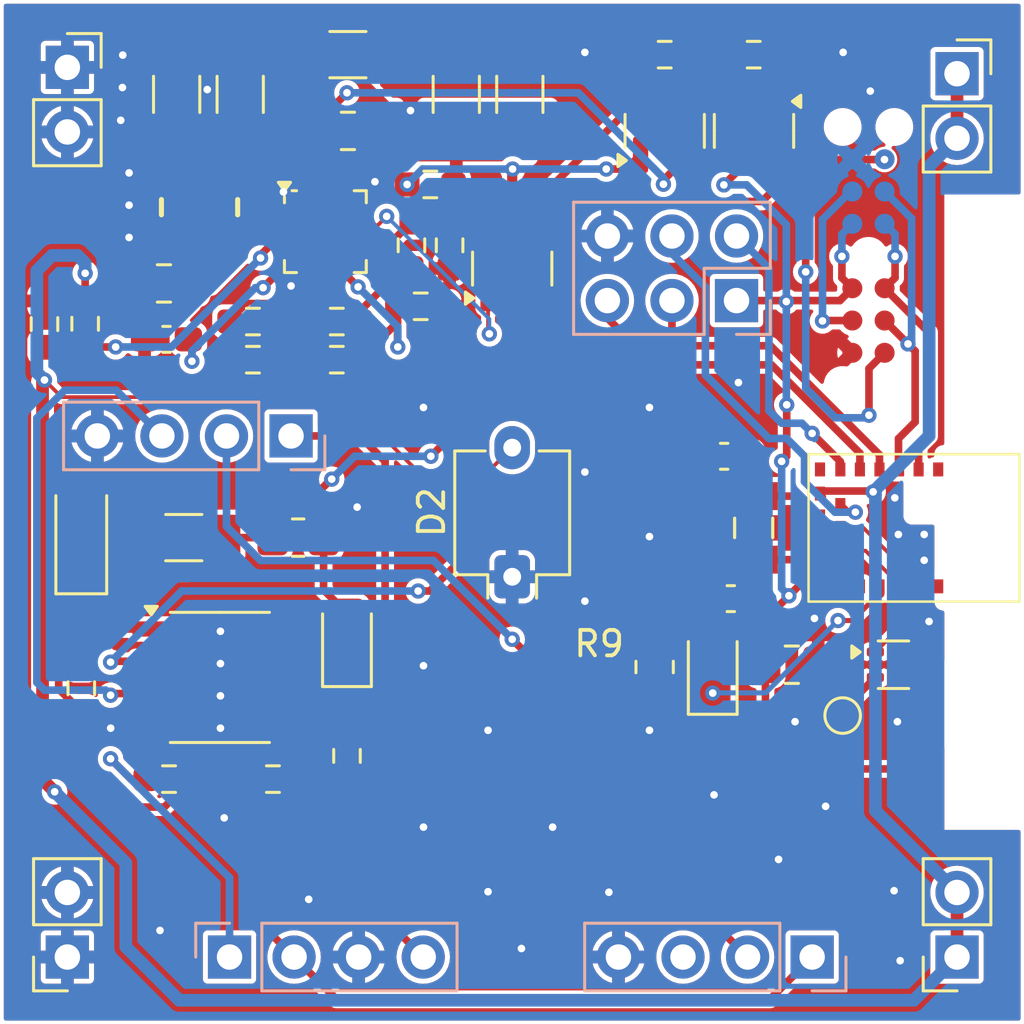
<source format=kicad_pcb>
(kicad_pcb (version 20240108) (generator "pcbnew") (generator_version "8.0")
  (layers (0 "F.Cu" signal) (31 "B.Cu" signal) (34 "B.Paste" user) (35 "F.Paste" user) (36 "B.SilkS" user "B.Silkscreen") (37 "F.SilkS" user "F.Silkscreen") (38 "B.Mask" user) (39 "F.Mask" user) (44 "Edge.Cuts" user))
  (net 0 "")
  (net 1 "GND")
  (net 2 "Net-(D11-A)")
  (net 3 "+PD")
  (net 4 "Net-(Q1-S)")
  (net 5 "Net-(U1-VREF_SAMP)")
  (net 6 "Net-(U1-VBAT)")
  (net 7 "VCC_SW")
  (net 8 "Net-(D3-A)")
  (net 9 "/PA3")
  (net 10 "Net-(Q3-G)")
  (net 12 "/UPDI")
  (net 13 "/SDA_1")
  (net 14 "/SCL_1")
  (net 15 "/PA7")
  (net 16 "VCC_SW_P")
  (net 17 "/Sensors and Processing/P0.12")
  (net 18 "/Sensors and Processing/P0.21")
  (net 19 "/Sensors and Processing/P0.18")
  (net 20 "Net-(U1-LBST)")
  (net 21 "Net-(Q1-G)")
  (net 22 "Net-(U2-VCC)")
  (net 23 "Net-(U1-OK_PROG)")
  (net 24 "Net-(U1-OK_HYST)")
  (net 25 "Net-(U1-VRDIV)")
  (net 26 "Net-(U1-VBAT_OV)")
  (net 27 "Net-(U1-VBAT_UV)")
  (net 28 "Net-(U1-VOC_SAMP)")
  (net 29 "/Sensors and Processing/nReset")
  (net 30 "/Sensors and Processing/SWDIO")
  (net 31 "Net-(J2-Pin_2)")
  (net 32 "/Sensors and Processing/SWDCLK")
  (net 33 "Net-(U3-P0.01{slash}XL2)")
  (net 35 "Net-(U3-P0.00{slash}XL1)")
  (net 36 "/Sensors and Processing/ADC_2")
  (net 37 "/Sensors and Processing/SDA_2")
  (net 38 "/Sensors and Processing/SCL_2")
  (net 41 "unconnected-(TC1-Pad6)")
  (net 42 "Net-(U4-ALERT)")
  (net 43 "/VCC_SW_P_EN")
  (net 44 "/Sensors and Processing/LED_ENN")
  (footprint "Package_TO_SOT_SMD:SOT-23" (layer "F.Cu") (at 70.0125 68.5 -90)
    (property "Reference" "Q2" (hide yes))
    (property "Value" "IRLML6402" (hide yes))
  )
  (footprint "ABS07-32:XTAL_ABS07-32.768KHZ-T" (layer "F.Cu") (at 70 84.117501 -90)
    (property "Reference" "Y1" (hide yes))
    (property "Value" "ABS07-32.768KHZ-T" (hide yes))
  )
  (footprint "Diode_SMD:D_SOD-123F" (layer "F.Cu") (at 43.548 84.5 90)
    (property "Reference" "D1" (hide yes))
    (property "Value" "3V8" (hide yes))
  )
  (footprint "Resistor_SMD:R_0603_1608Metric_Pad0.98x0.95mm_HandSolder" (layer "F.Cu") (at 53.6 77.5 180)
    (property "Reference" "R_UV1" (hide yes))
    (property "Value" "3M" (hide yes))
  )
  (footprint "Package_TO_SOT_SMD:SOT-23" (layer "F.Cu") (at 66.5 68.5 90)
    (property "Reference" "Q1" (hide yes))
    (property "Value" "IRLML6402" (hide yes))
  )
  (footprint "Capacitor_SMD:C_1206_3216Metric_Pad1.33x1.80mm_HandSolder" (layer "F.Cu") (at 60.8 67.0625 90)
    (property "Reference" "C9" (hide yes))
    (property "Value" "100u" (hide yes))
  )
  (footprint "Connector_PinSocket_2.54mm:PinSocket_1x02_P2.54mm_Vertical" (layer "F.Cu") (at 43 101 180)
    (property "Reference" "J5" (hide yes))
    (property "Value" "Conn_01x02" (hide yes))
  )
  (footprint "MDBT42TC-P:MDBT42TV-P" (layer "F.Cu") (at 72.158835 81.217501 -90)
    (property "Reference" "U3" (hide yes))
    (property "Value" "MDBT42TV" (hide yes))
  )
  (footprint "LED_SMD:LED_0805_2012Metric_Pad1.15x1.40mm_HandSolder" (layer "F.Cu") (at 68.3892 89.5908 90)
    (property "Reference" "D3" (hide yes))
    (property "Value" "LED")
  )
  (footprint "TC2030-IDC:TC2030-IDC" (layer "F.Cu") (at 74.516 75.96 -90)
    (property "Reference" "TC1" (hide yes))
    (property "Value" "TC2030-IDC" (hide yes))
  )
  (footprint "Capacitor_SMD:C_0805_2012Metric_Pad1.18x1.45mm_HandSolder" (layer "F.Cu") (at 71.5 89.5)
    (property "Reference" "C14" (hide yes))
    (property "Value" "100n" (hide yes))
  )
  (footprint "Resistor_SMD:R_0603_1608Metric_Pad0.98x0.95mm_HandSolder" (layer "F.Cu") (at 47 94 180)
    (property "Reference" "R1" (hide yes))
    (property "Value" "R" (hide yes))
  )
  (footprint "Package_SO:SOIC-8_3.9x4.9mm_P1.27mm" (layer "F.Cu") (at 49 90)
    (property "Reference" "U2" (hide yes))
    (property "Value" "ATtiny402-SS" (hide yes))
  )
  (footprint "Package_DFN_QFN:VQFN-16-1EP_3x3mm_P0.5mm_EP1.68x1.68mm" (layer "F.Cu") (at 53.15 72.4625)
    (property "Reference" "U1" (hide yes))
    (property "Value" "BQ25504" (hide yes))
  )
  (footprint "Capacitor_SMD:C_0603_1608Metric_Pad1.08x0.95mm_HandSolder" (layer "F.Cu") (at 68.8375 81.3)
    (property "Reference" "C12" (hide yes))
    (property "Value" "12p" (hide yes))
  )
  (footprint "Resistor_SMD:R_0805_2012Metric_Pad1.20x1.40mm_HandSolder" (layer "F.Cu") (at 52.08 84.5)
    (property "Reference" "R8" (hide yes))
    (property "Value" "R" (hide yes))
  )
  (footprint "Connector_PinSocket_2.54mm:PinSocket_1x02_P2.54mm_Vertical" (layer "F.Cu") (at 43 66)
    (property "Reference" "J11" (hide yes))
    (property "Value" "Conn_01x02" (hide yes))
  )
  (footprint "Capacitor_SMD:C_1206_3216Metric_Pad1.33x1.80mm_HandSolder" (layer "F.Cu") (at 58.3 67.0625 90)
    (property "Reference" "C8" (hide yes))
    (property "Value" "100u" (hide yes))
  )
  (footprint "Capacitor_SMD:C_1206_3216Metric_Pad1.33x1.80mm_HandSolder" (layer "F.Cu") (at 47.3 67.0625 90)
    (property "Reference" "C4" (hide yes))
    (property "Value" "100u" (hide yes))
  )
  (footprint "Resistor_SMD:R_0603_1608Metric_Pad0.98x0.95mm_HandSolder" (layer "F.Cu") (at 57.278602 70.606308)
    (property "Reference" "R7" (hide yes))
    (property "Value" "1M" (hide yes))
  )
  (footprint "Resistor_SMD:R_0603_1608Metric_Pad0.98x0.95mm_HandSolder" (layer "F.Cu") (at 43.548 90.429 -90)
    (property "Reference" "R3" (hide yes))
    (property "Value" "0R" (hide yes))
  )
  (footprint "Connector_PinSocket_2.54mm:PinSocket_1x02_P2.54mm_Vertical" (layer "F.Cu") (at 78 66.25)
    (property "Reference" "J4" (hide yes))
    (property "Value" "Conn_01x02" (hide yes))
  )
  (footprint "Resistor_SMD:R_0603_1608Metric_Pad0.98x0.95mm_HandSolder" (layer "F.Cu") (at 50.3 76)
    (property "Reference" "R_OV2" (hide yes))
    (property "Value" "4.7M" (hide yes))
  )
  (footprint "Resistor_SMD:R_0603_1608Metric_Pad0.98x0.95mm_HandSolder" (layer "F.Cu") (at 54 93.0875 -90)
    (property "Reference" "R4" (hide yes))
    (property "Value" "R" (hide yes))
  )
  (footprint "Capacitor_SMD:C_0805_2012Metric_Pad1.18x1.45mm_HandSolder" (layer "F.Cu") (at 54.0375 68.5)
    (property "Reference" "C2" (hide yes))
    (property "Value" "4.7u" (hide yes))
  )
  (footprint "Resistor_SMD:R_0603_1608Metric_Pad0.98x0.95mm_HandSolder" (layer "F.Cu") (at 56.9 75.4)
    (property "Reference" "RUV_2" (hide yes))
    (property "Value" "2.4M" (hide yes))
  )
  (footprint "Capacitor_SMD:C_1206_3216Metric_Pad1.33x1.80mm_HandSolder" (layer "F.Cu") (at 47.58 84.5)
    (property "Reference" "C5" (hide yes))
    (property "Value" "100uF" (hide yes))
  )
  (footprint "Resistor_SMD:R_0805_2012Metric_Pad1.20x1.40mm_HandSolder" (layer "F.Cu") (at 66.1032 89.5908 90)
    (property "Reference" "R9")
    (property "Value" "R")
  )
  (footprint "Capacitor_SMD:C_0603_1608Metric_Pad1.08x0.95mm_HandSolder" (layer "F.Cu") (at 46.9 76.7)
    (property "Reference" "C3" (hide yes))
    (property "Value" "10n" (hide yes))
  )
  (footprint "Resistor_SMD:R_0603_1608Metric_Pad0.98x0.95mm_HandSolder" (layer "F.Cu") (at 42.1 76.1 90)
    (property "Reference" "R_OC1" (hide yes))
    (property "Value" "15M" (hide yes))
  )
  (footprint "Capacitor_SMD:C_1206_3216Metric_Pad1.33x1.80mm_HandSolder" (layer "F.Cu") (at 49.8 67.0625 90)
    (property "Reference" "C6" (hide yes))
    (property "Value" "100u" (hide yes))
  )
  (footprint "Capacitor_SMD:C_1206_3216Metric_Pad1.33x1.80mm_HandSolder" (layer "F.Cu") (at 54.0375 65.5)
    (property "Reference" "C7" (hide yes))
    (property "Value" "100u" (hide yes))
  )
  (footprint "LED_SMD:LED_0805_2012Metric_Pad1.15x1.40mm_HandSolder" (layer "F.Cu") (at 54 88.5 90)
    (property "Reference" "D11" (hide yes))
    (property "Value" "LED" (hide yes))
  )
  (footprint "Resistor_SMD:R_0603_1608Metric_Pad0.98x0.95mm_HandSolder" (layer "F.Cu") (at 66.5 65.5)
    (property "Reference" "R5" (hide yes))
    (property "Value" "1M" (hide yes))
  )
  (footprint "Resistor_SMD:R_0603_1608Metric_Pad0.98x0.95mm_HandSolder" (layer "F.Cu") (at 50.3 77.5)
    (property "Reference" "ROV_1" (hide yes))
    (property "Value" "4.7M" (hide yes))
  )
  (footprint "Resistor_SMD:R_0603_1608Metric_Pad0.98x0.95mm_HandSolder" (layer "F.Cu") (at 53.6 76)
    (property "Reference" "ROK_3" (hide yes))
    (property "Value" "3.3M" (hide yes))
  )
  (footprint "WE-TPC_2828:WE-TPC_2828" (layer "F.Cu") (at 48.2 71.5 180)
    (property "Reference" "L2" (hide yes))
    (property "Value" "22uH" (hide yes))
  )
  (footprint "Resistor_SMD:R_0603_1608Metric_Pad0.98x0.95mm_HandSolder" (layer "F.Cu") (at 70 65.5 180)
    (property "Reference" "R6" (hide yes))
    (property "Value" "0R" (hide yes))
  )
  (footprint "TestPoint:TestPoint_Pad_D1.0mm" (layer "F.Cu") (at 73.5 91.5)
    (property "Reference" "TP1" (hide yes))
    (property "Value" "TestPoint" (hide yes))
  )
  (footprint "Package_TO_SOT_SMD:SOT-563" (layer "F.Cu") (at 75.5 89.5)
    (property "Reference" "U4" (hide yes))
    (property "Value" "TMP112xxDRL" (hide yes))
  )
  (footprint "Resistor_SMD:R_0603_1608Metric_Pad0.98x0.95mm_HandSolder" (layer "F.Cu") (at 56.5375 73 90)
    (property "Reference" "ROK_2" (hide yes))
    (property "Value" "2.4M" (hide yes))
  )
  (footprint "Package_TO_SOT_SMD:SOT-23" (layer "F.Cu") (at 60.5 73.9167 90)
    (property "Reference" "Q3" (hide yes))
    (property "Value" "IRLML6244")
  )
  (footprint "Capacitor_SMD:C_0603_1608Metric_Pad1.08x0.95mm_HandSolder" (layer "F.Cu") (at 69.1 86.9)
    (property "Reference" "C13" (hide yes))
    (property "Value" "12p" (hide yes))
  )
  (footprint "OptoDevice:Osram_DIL2_4.3x4.65mm_P5.08mm" (layer "F.Cu") (at 60.5 86.04 90)
    (property "Reference" "D2")
    (property "Value" "BPW34")
  )
  (footprint "Resistor_SMD:R_0603_1608Metric_Pad0.98x0.95mm_HandSolder" (layer "F.Cu") (at 58.0375 73 90)
    (property "Reference" "R_OK1" (hide yes))
    (property "Value" "3M" (hide yes))
  )
  (footprint "Resistor_SMD:R_0603_1608Metric_Pad0.98x0.95mm_HandSolder" (layer "F.Cu") (at 43.7 76.0875 -90)
    (property "Reference" "R_OC2" (hide yes))
    (property "Value" "3.4M" (hide yes))
  )
  (footprint "Capacitor_SMD:C_0805_2012Metric_Pad1.18x1.45mm_HandSolder" (layer "F.Cu") (at 46.8 74.5 180)
    (property "Reference" "C1" (hide yes))
    (property "Value" "4.7u" (hide yes))
  )
  (footprint "Connector_PinSocket_2.54mm:PinSocket_1x02_P2.54mm_Vertical" (layer "F.Cu") (at 78 101 180)
    (property "Reference" "J10" (hide yes))
    (property "Value" "Conn_01x02" (hide yes))
  )
  (footprint "Resistor_SMD:R_0603_1608Metric_Pad0.98x0.95mm_HandSolder" (layer "F.Cu") (at 51.0875 94)
    (property "Reference" "R2" (hide yes))
    (property "Value" "R" (hide yes))
  )
  (footprint "TC2030-IDC:TC2030-IDC" (layer "B.Cu") (at 74.516825 70.885288 90)
    (property "Reference" "TC2" (hide yes))
    (property "Value" "TC2030-IDC")
  )
  (footprint "Connector_PinHeader_2.54mm:PinHeader_1x04_P2.54mm_Vertical" (layer "B.Cu") (at 51.8 80.5 90)
    (property "Reference" "J7" (hide yes))
    (property "Value" "Conn_01x04" (hide yes))
  )
  (footprint "Connector_PinHeader_2.54mm:PinHeader_2x03_P2.54mm_Vertical" (layer "B.Cu") (at 69.325 75.175 90)
    (property "Reference" "J13" (hide yes))
    (property "Value" "Conn_02x03_Odd_Even" (hide yes))
  )
  (footprint "Connector_PinHeader_2.54mm:PinHeader_1x04_P2.54mm_Vertical" (layer "B.Cu") (at 72.3 101 90)
    (property "Reference" "J2" (hide yes))
    (property "Value" "Conn_01x04" (hide yes))
  )
  (footprint "Connector_PinHeader_2.54mm:PinHeader_1x04_P2.54mm_Vertical" (layer "B.Cu") (at 49.38 101 -90)
    (property "Reference" "J6" (hide yes))
    (property "Value" "Conn_01x04" (hide yes))
  )
  (segment (start 55.075 68.5) (end 55.7 68.5) (width 0.3) (layer "F.Cu") (net 1))
  (segment (start 51.6875 71.7125) (end 51.6875 71.0875) (width 0.3) (layer "F.Cu") (net 1))
  (segment (start 55.7 68.5) (end 56.5 67.7) (width 0.3) (layer "F.Cu") (net 1))
  (segment (start 51.6875 71.0875) (end 51.5 70.9) (width 0.3) (layer "F.Cu") (net 1))
  (via (at 45.179487 65.517297) (size 0.6) (drill 0.3) (layers "F.Cu" "B.Cu") (net 1))
  (via (at 63.36 65.41) (size 0.6) (drill 0.3) (layers "F.Cu" "B.Cu") (net 1))
  (via (at 65.9 92.08) (size 0.6) (drill 0.3) (layers "F.Cu" "B.Cu") (net 1))
  (via (at 45.428 71.422) (size 0.6) (drill 0.3) (layers "F.Cu" "B.Cu") (net 1))
  (via (at 44.704 91.996) (size 0.6) (drill 0.3) (layers "F.Cu" "B.Cu") (net 1))
  (via (at 65.9 84.46) (size 0.6) (drill 0.3) (layers "F.Cu" "B.Cu") (net 1))
  (via (at 68.44 94.62) (size 0.6) (drill 0.3) (layers "F.Cu" "B.Cu") (net 1))
  (via (at 75.6536 91.742) (size 0.6) (drill 0.3) (layers "F.Cu" "B.Cu") (net 1))
  (via (at 70.98 97.16) (size 0.6) (drill 0.3) (layers "F.Cu" "B.Cu") (net 1))
  (via (at 57.01 95.89) (size 0.6) (drill 0.3) (layers "F.Cu" "B.Cu") (net 1))
  (via (at 73.52 65.41) (size 0.6) (drill 0.3) (layers "F.Cu" "B.Cu") (net 1))
  (via (at 76.708 85.392) (size 0.6) (drill 0.3) (layers "F.Cu" "B.Cu") (net 1))
  (via (at 59.55 98.43) (size 0.6) (drill 0.3) (layers "F.Cu" "B.Cu") (net 1))
  (via (at 45.166191 66.793768) (size 0.6) (drill 0.3) (layers "F.Cu" "B.Cu") (net 1))
  (via (at 75.762543 101.14381) (size 0.6) (drill 0.3) (layers "F.Cu" "B.Cu") (net 1))
  (via (at 64.304218 98.451253) (size 0.6) (drill 0.3) (layers "F.Cu" "B.Cu") (net 1))
  (via (at 54.4 83.3) (size 0.6) (drill 0.3) (layers "F.Cu" "B.Cu") (net 1))
  (via (at 56.5 67.7) (size 0.6) (drill 0.3) (layers "F.Cu" "B.Cu") (net 1))
  (via (at 49.022 89.456) (size 0.6) (drill 0.3) (layers "F.Cu" "B.Cu") (net 1))
  (via (at 72.39 87.678) (size 0.6) (drill 0.3) (layers "F.Cu" "B.Cu") (net 1))
  (via (at 75.552 82.936) (size 0.6) (drill 0.3) (layers "F.Cu" "B.Cu") (net 1))
  (via (at 49.022 91.996) (size 0.6) (drill 0.3) (layers "F.Cu" "B.Cu") (net 1))
  (via (at 76.708 84.376) (size 0.6) (drill 0.3) (layers "F.Cu" "B.Cu") (net 1))
  (via (at 45.428 70.152) (size 0.6) (drill 0.3) (layers "F.Cu" "B.Cu") (net 1))
  (via (at 57.01 79.38) (size 0.6) (drill 0.3) (layers "F.Cu" "B.Cu") (net 1))
  (via (at 49.170587 95.526007) (size 0.6) (drill 0.3) (layers "F.Cu" "B.Cu") (net 1))
  (via (at 71.628 91.742) (size 0.6) (drill 0.3) (layers "F.Cu" "B.Cu") (net 1))
  (via (at 60.863729 100.665133) (size 0.6) (drill 0.3) (layers "F.Cu" "B.Cu") (net 1))
  (via (at 52.494731 98.730481) (size 0.6) (drill 0.3) (layers "F.Cu" "B.Cu") (net 1))
  (via (at 72.830648 95.070599) (size 0.6) (drill 0.3) (layers "F.Cu" "B.Cu") (net 1))
  (via (at 74.5868 66.934) (size 0.6) (drill 0.3) (layers "F.Cu" "B.Cu") (net 1))
  (via (at 62.09 95.89) (size 0.6) (drill 0.3) (layers "F.Cu" "B.Cu") (net 1))
  (via (at 63.36 87) (size 0.6) (drill 0.3) (layers "F.Cu" "B.Cu") (net 1))
  (via (at 75.692 84.376) (size 0.6) (drill 0.3) (layers "F.Cu" "B.Cu") (net 1))
  (via (at 55.1 70.5) (size 0.6) (drill 0.3) (layers "F.Cu" "B.Cu") (net 1))
  (via (at 51.5 70.9) (size 0.6) (drill 0.3) (layers "F.Cu" "B.Cu") (net 1))
  (via (at 65.9 79.38) (size 0.6) (drill 0.3) (layers "F.Cu" "B.Cu") (net 1))
  (via (at 48.503631 66.873547) (size 0.6) (drill 0.3) (layers "F.Cu" "B.Cu") (net 1))
  (via (at 63.36 81.92) (size 0.6) (drill 0.3) (layers "F.Cu" "B.Cu") (net 1))
  (via (at 69.4 78.4) (size 0.6) (drill 0.3) (layers "F.Cu" "B.Cu") (net 1))
  (via (at 45.099708 68.083536) (size 0.6) (drill 0.3) (layers "F.Cu" "B.Cu") (net 1))
  (via (at 76.9 87.8) (size 0.6) (drill 0.3) (layers "F.Cu" "B.Cu") (net 1))
  (via (at 45.428 72.692) (size 0.6) (drill 0.3) (layers "F.Cu" "B.Cu") (net 1))
  (via (at 49.022 90.726) (size 0.6) (drill 0.3) (layers "F.Cu" "B.Cu") (net 1))
  (via (at 57.01 89.54) (size 0.6) (drill 0.3) (layers "F.Cu" "B.Cu") (net 1))
  (via (at 75.523204 98.391419) (size 0.6) (drill 0.3) (layers "F.Cu" "B.Cu") (net 1))
  (via (at 59.55 92.08) (size 0.6) (drill 0.3) (layers "F.Cu" "B.Cu") (net 1))
  (via (at 46.644238 99.953766) (size 0.6) (drill 0.3) (layers "F.Cu" "B.Cu") (net 1))
  (via (at 51.8 74.6) (size 0.6) (drill 0.3) (layers "F.Cu" "B.Cu") (net 1))
  (via (at 49.022 88.186) (size 0.6) (drill 0.3) (layers "F.Cu" "B.Cu") (net 1))
  (segment (start 53.08 84.5) (end 53.08 86.555) (width 0.3) (layer "F.Cu") (net 2))
  (segment (start 53.08 86.555) (end 54 87.475) (width 0.3) (layer "F.Cu") (net 2))
  (segment (start 72.708835 82.667501) (end 72.608835 82.767501) (width 0.3) (layer "F.Cu") (net 3))
  (segment (start 56.7618 81.875) (end 53.8604 78.9736) (width 0.15) (layer "F.Cu") (net 3))
  (segment (start 42.024 94.024) (end 42.5 94.5) (width 0.5) (layer "F.Cu") (net 3))
  (segment (start 78 68.79) (end 78 66.25) (width 0.5) (layer "F.Cu") (net 3))
  (segment (start 42.1 78.3) (end 42.024 78.376) (width 0.5) (layer "F.Cu") (net 3))
  (segment (start 42.7736 78.9736) (end 42.1 78.3) (width 0.15) (layer "F.Cu") (net 3))
  (segment (start 78 98.46) (end 78 101) (width 0.5) (layer "F.Cu") (net 3))
  (segment (start 60.5 80.96) (end 59.585 81.875) (width 0.15) (layer "F.Cu") (net 3))
  (segment (start 44.225 75.7) (end 43.7 75.175) (width 0.5) (layer "F.Cu") (net 3))
  (segment (start 47.4 75.7) (end 44.225 75.7) (width 0.5) (layer "F.Cu") (net 3))
  (segment (start 72.608835 82.808835) (end 72.7 82.9) (width 0.3) (layer "F.Cu") (net 3))
  (segment (start 48.2 72.6) (end 48.5875 72.2125) (width 0.3) (layer "F.Cu") (net 3))
  (segment (start 42.024 78.376) (end 42.024 94.024) (width 0.5) (layer "F.Cu") (net 3))
  (segment (start 74.667501 82.667501) (end 72.708835 82.667501) (width 0.3) (layer "F.Cu") (net 3))
  (segment (start 47.8375 74.5) (end 47.8375 75.2625) (width 0.5) (layer "F.Cu") (net 3))
  (segment (start 43.7 75.175) (end 43.7 74.1) (width 0.3) (layer "F.Cu") (net 3))
  (segment (start 74.7 82.7) (end 74.667501 82.667501) (width 0.3) (layer "F.Cu") (net 3))
  (segment (start 59.585 81.875) (end 56.7618 81.875) (width 0.15) (layer "F.Cu") (net 3))
  (segment (start 47.8375 75.2625) (end 47.4 75.7) (width 0.5) (layer "F.Cu") (net 3))
  (segment (start 53.8604 78.9736) (end 42.7736 78.9736) (width 0.15) (layer "F.Cu") (net 3))
  (via (at 43.7 74.1) (size 0.6) (drill 0.3) (layers "F.Cu" "B.Cu") (net 3))
  (via (at 42.1 78.3) (size 0.6) (drill 0.3) (layers "F.Cu" "B.Cu") (net 3))
  (via (at 42.5 94.5) (size 0.6) (drill 0.3) (layers "F.Cu" "B.Cu") (net 3))
  (via (at 74.7 82.7) (size 0.6) (drill 0.3) (layers "F.Cu" "B.Cu") (net 3))
  (segment (start 43.4 73.4) (end 43.7 73.7) (width 0.5) (layer "B.Cu") (net 3))
  (segment (start 41.8 78) (end 41.8 74) (width 0.5) (layer "B.Cu") (net 3))
  (segment (start 76.3 102.7) (end 78 101) (width 0.5) (layer "B.Cu") (net 3))
  (segment (start 74.79 95.25) (end 78 98.46) (width 0.5) (layer "B.Cu") (net 3))
  (segment (start 76.901886 80.498114) (end 76.901886 69.888114) (width 0.5) (layer "B.Cu") (net 3))
  (segment (start 74.7 82.7) (end 76.901886 80.498114) (width 0.5) (layer "B.Cu") (net 3))
  (segment (start 42.1 78.3) (end 41.8 78) (width 0.5) (layer "B.Cu") (net 3))
  (segment (start 74.79 82.79) (end 74.79 95.25) (width 0.5) (layer "B.Cu") (net 3))
  (segment (start 42.5 94.5) (end 45.3 97.3) (width 0.5) (layer "B.Cu") (net 3))
  (segment (start 74.7 82.7) (end 74.79 82.79) (width 0.5) (layer "B.Cu") (net 3))
  (segment (start 47.4 102.7) (end 76.3 102.7) (width 0.5) (layer "B.Cu") (net 3))
  (segment (start 45.3 97.3) (end 45.3 100.6) (width 0.5) (layer "B.Cu") (net 3))
  (segment (start 42.4 73.4) (end 43.4 73.4) (width 0.5) (layer "B.Cu") (net 3))
  (segment (start 41.8 74) (end 42.4 73.4) (width 0.5) (layer "B.Cu") (net 3))
  (segment (start 45.3 100.6) (end 47.4 102.7) (width 0.5) (layer "B.Cu") (net 3))
  (segment (start 43.7 73.7) (end 43.7 74.1) (width 0.5) (layer "B.Cu") (net 3))
  (segment (start 76.901886 69.888114) (end 78 68.79) (width 0.5) (layer "B.Cu") (net 3))
  (segment (start 53 68) (end 54 67) (width 0.3) (layer "F.Cu") (net 4))
  (segment (start 66.45 70.4375) (end 67.45 69.4375) (width 0.3) (layer "F.Cu") (net 4))
  (segment (start 52.9 68.6) (end 53 68.5) (width 0.3) (layer "F.Cu") (net 4))
  (segment (start 52.9 71) (end 52.9 68.6) (width 0.3) (layer "F.Cu") (net 4))
  (segment (start 53 68.5) (end 53 68) (width 0.3) (layer "F.Cu") (net 4))
  (segment (start 66.45 70.59782) (end 66.45 70.4375) (width 0.3) (layer "F.Cu") (net 4))
  (via (at 66.45 70.59782) (size 0.6) (drill 0.3) (layers "F.Cu" "B.Cu") (net 4))
  (via (at 54 67) (size 0.6) (drill 0.3) (layers "F.Cu" "B.Cu") (net 4))
  (segment (start 63.1 67) (end 54 67) (width 0.3) (layer "B.Cu") (net 4))
  (segment (start 66.45 70.59782) (end 66.45 70.35) (width 0.3) (layer "B.Cu") (net 4))
  (segment (start 66.45 70.35) (end 63.1 67) (width 0.3) (layer "B.Cu") (net 4))
  (segment (start 51.6875 73.681) (end 51.6875 73.2125) (width 0.3) (layer "F.Cu") (net 5))
  (segment (start 47.9 76.6) (end 48 76.5) (width 0.3) (layer "F.Cu") (net 5))
  (segment (start 50.7 74.6685) (end 51.6875 73.681) (width 0.3) (layer "F.Cu") (net 5))
  (segment (start 47.9 77.5625) (end 47.9 76.6) (width 0.3) (layer "F.Cu") (net 5))
  (via (at 47.9 77.5625) (size 0.6) (drill 0.3) (layers "F.Cu" "B.Cu") (net 5))
  (via (at 50.7 74.6685) (size 0.6) (drill 0.3) (layers "F.Cu" "B.Cu") (net 5))
  (segment (start 50.3931 74.6685) (end 47.9 77.1616) (width 0.3) (layer "B.Cu") (net 5))
  (segment (start 50.7 74.6685) (end 50.3931 74.6685) (width 0.3) (layer "B.Cu") (net 5))
  (segment (start 47.9 77.1616) (end 47.9 77.5625) (width 0.3) (layer "B.Cu") (net 5))
  (segment (start 58.3 70.49741) (end 58.191102 70.606308) (width 0.15) (layer "F.Cu") (net 6))
  (segment (start 52.475 65.5) (end 52.475 66.1875) (width 0.3) (layer "F.Cu") (net 6))
  (segment (start 50.0375 68.625) (end 47.5375 68.625) (width 0.3) (layer "F.Cu") (net 6))
  (segment (start 58.0375 68.625) (end 60.5375 68.625) (width 0.3) (layer "F.Cu") (net 6))
  (segment (start 58.191102 70.606308) (end 58.191102 69.856308) (width 0.15) (layer "F.Cu") (net 6))
  (segment (start 58.3 68.625) (end 58.3 70.49741) (width 0.5) (layer "F.Cu") (net 6))
  (segment (start 52.475 66.1875) (end 50.0375 68.625) (width 0.3) (layer "F.Cu") (net 6))
  (segment (start 50.175 94) (end 50.175 99.255) (width 0.3) (layer "F.Cu") (net 7))
  (segment (start 70.636 102.664) (end 72.3 101) (width 0.3) (layer "F.Cu") (net 7))
  (segment (start 49.1425 84.5) (end 47.7425 85.9) (width 0.3) (layer "F.Cu") (net 7))
  (segment (start 49.1425 84.5) (end 51.08 84.5) (width 0.3) (layer "F.Cu") (net 7))
  (segment (start 53.4 82.2) (end 53.38 82.2) (width 0.3) (layer "F.Cu") (net 7))
  (segment (start 45.3 95.1) (end 46.8125 95.1) (width 0.3) (layer "F.Cu") (net 7))
  (segment (start 66.5 67.5625) (end 65.1699 67.5625) (width 0.3) (layer "F.Cu") (net 7))
  (segment (start 43.548 91.3415) (end 43.548 93.348) (width 0.3) (layer "F.Cu") (net 7))
  (segment (start 42.659 90.4525) (end 43.548 91.3415) (width 0.3) (layer "F.Cu") (net 7))
  (segment (start 62.1916 76.4084) (end 57.3 81.3) (width 0.3) (layer "F.Cu") (net 7))
  (segment (start 53.045 102.125) (end 53.055 102.125) (width 0.3) (layer "F.Cu") (net 7))
  (segment (start 62.1916 70.5408) (end 62.1916 76.4084) (width 0.3) (layer "F.Cu") (net 7))
  (segment (start 50.175 99.255) (end 51.92 101) (width 0.3) (layer "F.Cu") (net 7))
  (segment (start 51.92 101) (end 53.045 102.125) (width 0.3) (layer "F.Cu") (net 7))
  (segment (start 53.055 102.125) (end 53.594 102.664) (width 0.3) (layer "F.Cu") (net 7))
  (segment (start 53.594 102.664) (end 70.636 102.664) (width 0.3) (layer "F.Cu") (net 7))
  (segment (start 43.548 93.348) (end 45.3 95.1) (width 0.3) (layer "F.Cu") (net 7))
  (segment (start 47.7425 85.9) (end 43.08 85.9) (width 0.3) (layer "F.Cu") (net 7))
  (segment (start 43.08 85.9) (end 42.659 86.321) (width 0.3) (layer "F.Cu") (net 7))
  (segment (start 69.0875 67.5375) (end 69.0625 67.5625) (width 0.3) (layer "F.Cu") (net 7))
  (segment (start 69.0875 65.5) (end 69.0875 67.5375) (width 0.3) (layer "F.Cu") (net 7))
  (segment (start 47.9125 94) (end 50.175 94) (width 0.3) (layer "F.Cu") (net 7))
  (segment (start 42.659 86.321) (end 42.659 90.4525) (width 0.3) (layer "F.Cu") (net 7))
  (segment (start 65.1699 67.5625) (end 62.1916 70.5408) (width 0.3) (layer "F.Cu") (net 7))
  (segment (start 53.38 82.2) (end 51.08 84.5) (width 0.3) (layer "F.Cu") (net 7))
  (segment (start 46.8125 95.1) (end 47.9125 94) (width 0.3) (layer "F.Cu") (net 7))
  (segment (start 66.5 67.5625) (end 69.0625 67.5625) (width 0.3) (layer "F.Cu") (net 7))
  (via (at 53.4 82.2) (size 0.6) (drill 0.3) (layers "F.Cu" "B.Cu") (net 7))
  (via (at 57.3 81.3) (size 0.6) (drill 0.3) (layers "F.Cu" "B.Cu") (net 7))
  (segment (start 54.3 81.3) (end 57.3 81.3) (width 0.3) (layer "B.Cu") (net 7))
  (segment (start 53.4 82.2) (end 54.3 81.3) (width 0.3) (layer "B.Cu") (net 7))
  (segment (start 68.3642 88.5908) (end 68.3892 88.5658) (width 0.4) (layer "F.Cu") (net 8))
  (segment (start 66.1032 88.5908) (end 68.3642 88.5908) (width 0.2) (layer "F.Cu") (net 8))
  (segment (start 51.8 80.5) (end 54.5 80.5) (width 0.3) (layer "F.Cu") (net 9))
  (segment (start 51.475 89.365) (end 53.84 89.365) (width 0.3) (layer "F.Cu") (net 9))
  (segment (start 53.84 89.365) (end 54 89.525) (width 0.3) (layer "F.Cu") (net 9))
  (segment (start 54.5 80.5) (end 55.5 81.5) (width 0.3) (layer "F.Cu") (net 9))
  (segment (start 55.075 89.525) (end 54 89.525) (width 0.3) (layer "F.Cu") (net 9))
  (segment (start 55.5 89.1) (end 55.075 89.525) (width 0.3) (layer "F.Cu") (net 9))
  (segment (start 55.5 81.5) (end 55.5 89.1) (width 0.3) (layer "F.Cu") (net 9))
  (segment (start 59.55 76.4336) (end 59.6008 76.4844) (width 0.15) (layer "F.Cu") (net 10))
  (segment (start 55.2116 72.2125) (end 55.5625 71.8616) (width 0.15) (layer "F.Cu") (net 10))
  (segment (start 59.55 74.8542) (end 59.55 76.4336) (width 0.15) (layer "F.Cu") (net 10))
  (segment (start 55.024999 72.2125) (end 54.6125 72.2125) (width 0.3) (layer "F.Cu") (net 10))
  (segment (start 54.6125 72.2125) (end 55.2116 72.2125) (width 0.15) (layer "F.Cu") (net 10))
  (via (at 55.5625 71.8616) (size 0.6) (drill 0.3) (layers "F.Cu" "B.Cu") (net 10))
  (via (at 59.6008 76.4844) (size 0.6) (drill 0.3) (layers "F.Cu" "B.Cu") (net 10))
  (segment (start 59.6008 76.4844) (end 59.6008 76.6368) (width 0.15) (layer "B.Cu") (net 10))
  (segment (start 59.6008 75.8999) (end 59.6008 76.4844) (width 0.15) (layer "B.Cu") (net 10))
  (segment (start 55.5625 71.8616) (end 59.6008 75.8999) (width 0.15) (layer "B.Cu") (net 10))
  (segment (start 52.46 90.635) (end 51.475 90.635) (width 0.3) (layer "F.Cu") (net 12))
  (segment (start 54 92.175) (end 52.46 90.635) (width 0.3) (layer "F.Cu") (net 12))
  (segment (start 52 94) (end 52 96) (width 0.3) (layer "F.Cu") (net 13))
  (segment (start 52 92.43) (end 51.475 91.905) (width 0.3) (layer "F.Cu") (net 13))
  (segment (start 52 94) (end 52 92.43) (width 0.3) (layer "F.Cu") (net 13))
  (segment (start 52 96) (end 57 101) (width 0.3) (layer "F.Cu") (net 13))
  (segment (start 46.0875 92.3425) (end 46.0875 94) (width 0.3) (layer "F.Cu") (net 14))
  (segment (start 46.0875 94) (end 45.5 94) (width 0.3) (layer "F.Cu") (net 14))
  (segment (start 45.5 94) (end 44.7 93.2) (width 0.3) (layer "F.Cu") (net 14))
  (segment (start 46.525 91.905) (end 46.0875 92.3425) (width 0.3) (layer "F.Cu") (net 14))
  (via (at 44.7 93.2) (size 0.6) (drill 0.3) (layers "F.Cu" "B.Cu") (net 14))
  (segment (start 44.7 93.2) (end 49.38 97.88) (width 0.3) (layer "B.Cu") (net 14))
  (segment (start 49.38 97.88) (end 49.38 101) (width 0.3) (layer "B.Cu") (net 14))
  (segment (start 46.525 90.635) (end 44.765 90.635) (width 0.3) (layer "F.Cu") (net 15))
  (segment (start 44.765 90.635) (end 44.7 90.7) (width 0.3) (layer "F.Cu") (net 15))
  (via (at 44.7 90.7) (size 0.6) (drill 0.3) (layers "F.Cu" "B.Cu") (net 15))
  (segment (start 41.8 79.8) (end 42.9 78.7) (width 0.3) (layer "B.Cu") (net 15))
  (segment (start 44.92 78.7) (end 46.72 80.5) (width 0.3) (layer "B.Cu") (net 15))
  (segment (start 42.9 78.7) (end 44.92 78.7) (width 0.3) (layer "B.Cu") (net 15))
  (segment (start 42.1 90.5) (end 41.8 90.2) (width 0.3) (layer "B.Cu") (net 15))
  (segment (start 41.8 90.2) (end 41.8 79.8) (width 0.3) (layer "B.Cu") (net 15))
  (segment (start 44.5 90.5) (end 42.1 90.5) (width 0.3) (layer "B.Cu") (net 15))
  (segment (start 44.7 90.7) (end 44.5 90.5) (width 0.3) (layer "B.Cu") (net 15))
  (segment (start 72.608835 85.564753) (end 72.608835 85.467501) (width 0.3) (layer "F.Cu") (net 16))
  (segment (start 68.826378 70.623621) (end 68.826379 70.623621) (width 0.3) (layer "F.Cu") (net 16))
  (segment (start 73.470841 73.437209) (end 73.470841 74.279841) (width 0.3) (layer "F.Cu") (net 16))
  (segment (start 70.3717 89.5908) (end 66.1032 89.5908) (width 0.3) (layer "F.Cu") (net 16))
  (segment (start 76 93.6) (end 71.6 93.6) (width 0.3) (layer "F.Cu") (net 16))
  (segment (start 70.9125 65.5) (end 70.0125 66.4) (width 0.3) (layer "F.Cu") (net 16))
  (segment (start 70.0125 66.4) (end 70.0125 69.4375) (width 0.3) (layer "F.Cu") (net 16))
  (segment (start 76.2125 90) (end 77.1 90) (width 0.3) (layer "F.Cu") (net 16))
  (segment (start 77.1 92.5) (end 76 93.6) (width 0.3) (layer "F.Cu") (net 16))
  (segment (start 71.386794 86.786794) (end 72.608835 85.564753) (width 0.3) (layer "F.Cu") (net 16))
  (segment (start 70.4625 87.711088) (end 71.386794 86.786794) (width 0.3) (layer "F.Cu") (net 16))
  (segment (start 68.826379 70.623621) (end 70.0125 69.4375) (width 0.3) (layer "F.Cu") (net 16))
  (segment (start 71.3 81.3) (end 71.1 81.5) (width 0.3) (layer "F.Cu") (net 16))
  (segment (start 66.1032 90.5908) (end 66.1032 89.5908) (width 0.2) (layer "F.Cu") (net 16))
  (segment (start 76.2125 89.5) (end 77.006 89.5) (width 0.3) (layer "F.Cu") (net 16))
  (segment (start 70.4625 89.5) (end 70.3717 89.5908) (width 0.3) (layer "F.Cu") (net 16))
  (segment (start 73.396 75.175) (end 73.881 74.69) (width 0.3) (layer "F.Cu") (net 16))
  (segment (start 73.470841 74.279841) (end 73.881 74.69) (width 0.3) (layer "F.Cu") (net 16))
  (segment (start 71.3 79.274944) (end 71.3 81.3) (width 0.3) (layer "F.Cu") (net 16))
  (segment (start 61.5908 89.5908) (end 60.5 88.5) (width 0.3) (layer "F.Cu") (net 16))
  (segment (start 77.1 89.594) (end 77.1 92.5) (width 0.3) (layer "F.Cu") (net 16))
  (segment (start 77.006 89.5) (end 77.1 89.594) (width 0.3) (layer "F.Cu") (net 16))
  (segment (start 69.325 75.175) (end 73.396 75.175) (width 0.3) (layer "F.Cu") (net 16))
  (segment (start 70.4625 89.5) (end 70.4625 87.711088) (width 0.3) (layer "F.Cu") (net 16))
  (segment (start 66.1032 89.5908) (end 61.5908 89.5908) (width 0.3) (layer "F.Cu") (net 16))
  (segment (start 71.6 93.6) (end 70.4625 92.4625) (width 0.3) (layer "F.Cu") (net 16))
  (segment (start 70.4625 92.4625) (end 70.4625 89.5) (width 0.3) (layer "F.Cu") (net 16))
  (via (at 68.826378 70.623621) (size 0.6) (drill 0.3) (layers "F.Cu" "B.Cu") (net 16))
  (via (at 71.386794 86.786794) (size 0.6) (drill 0.3) (layers "F.Cu" "B.Cu") (net 16))
  (via (at 73.470841 73.437209) (size 0.6) (drill 0.3) (layers "F.Cu" "B.Cu") (net 16))
  (via (at 71.2848 75.2144) (size 0.6) (drill 0.3) (layers "F.Cu" "B.Cu") (net 16))
  (via (at 71.3 79.274944) (size 0.6) (drill 0.3) (layers "F.Cu" "B.Cu") (net 16))
  (via (at 60.5 88.5) (size 0.6) (drill 0.3) (layers "F.Cu" "B.Cu") (net 16))
  (via (at 71.1 81.5) (size 0.6) (drill 0.3) (layers "F.Cu" "B.Cu") (net 16))
  (segment (start 71.1 86.5) (end 71.386794 86.786794) (width 0.3) (layer "B.Cu") (net 16))
  (segment (start 71.2848 75.2144) (end 71.2848 72.1848) (width 0.3) (layer "B.Cu") (net 16))
  (segment (start 71.1 81.5) (end 71.1 86.5) (width 0.3) (layer "B.Cu") (net 16))
  (segment (start 73.470841 72.566272) (end 73.470841 73.437209) (width 0.3) (layer "B.Cu") (net 16))
  (segment (start 71.2848 75.2144) (end 71.2848 79.259744) (width 0.3) (layer "B.Cu") (net 16))
  (segment (start 71.2848 72.1848) (end 69.723621 70.623621) (width 0.3) (layer "B.Cu") (net 16))
  (segment (start 69.723621 70.623621) (end 68.826378 70.623621) (width 0.3) (layer "B.Cu") (net 16))
  (segment (start 71.2848 79.259744) (end 71.3 79.274944) (width 0.3) (layer "B.Cu") (net 16))
  (segment (start 57.4 85.4) (end 50.6 85.4) (width 0.3) (layer "B.Cu") (net 16))
  (segment (start 49.26 84.06) (end 49.26 80.5) (width 0.3) (layer "B.Cu") (net 16))
  (segment (start 50.6 85.4) (end 49.26 84.06) (width 0.3) (layer "B.Cu") (net 16))
  (segment (start 60.5 88.5) (end 57.4 85.4) (width 0.3) (layer "B.Cu") (net 16))
  (segment (start 73.881825 72.155288) (end 73.470841 72.566272) (width 0.3) (layer "B.Cu") (net 16))
  (segment (start 73.408835 81.817501) (end 73.408835 81.508835) (width 0.3) (layer "F.Cu") (net 17))
  (segment (start 73.408835 81.508835) (end 72.3 80.4) (width 0.3) (layer "F.Cu") (net 17))
  (via (at 72.3 80.4) (size 0.6) (drill 0.3) (layers "F.Cu" "B.Cu") (net 17))
  (segment (start 70.6 79.5) (end 71.1 80) (width 0.3) (layer "B.Cu") (net 17))
  (segment (start 72.3 80.4) (end 72.3 80.5) (width 0.3) (layer "B.Cu") (net 17))
  (segment (start 71.9 80) (end 72.3 80.4) (width 0.3) (layer "B.Cu") (net 17))
  (segment (start 70.6 73.9) (end 70.6 79.5) (width 0.3) (layer "B.Cu") (net 17))
  (segment (start 69 73) (end 69.7 73) (width 0.3) (layer "B.Cu") (net 17))
  (segment (start 71.1 80) (end 71.9 80) (width 0.3) (layer "B.Cu") (net 17))
  (segment (start 69.7 73) (end 70.6 73.9) (width 0.3) (layer "B.Cu") (net 17))
  (segment (start 72.3 80.5) (end 72.4 80.6) (width 0.3) (layer "B.Cu") (net 17))
  (segment (start 67.253015 76.953015) (end 66.785 76.485) (width 0.3) (layer "F.Cu") (net 18))
  (segment (start 74.948835 81.240443) (end 70.661407 76.953015) (width 0.3) (layer "F.Cu") (net 18))
  (segment (start 66.785 76.485) (end 66.785 75.175) (width 0.3) (layer "F.Cu") (net 18))
  (segment (start 74.948835 81.817501) (end 74.948835 81.240443) (width 0.3) (layer "F.Cu") (net 18))
  (segment (start 70.661407 76.953015) (end 67.253015 76.953015) (width 0.3) (layer "F.Cu") (net 18))
  (segment (start 70.704886 77.7036) (end 74.178835 81.177549) (width 0.3) (layer "F.Cu") (net 19))
  (segment (start 74.178835 81.177549) (end 74.178835 81.817501) (width 0.3) (layer "F.Cu") (net 19))
  (segment (start 63.92 75.54) (end 66.0836 77.7036) (width 0.3) (layer "F.Cu") (net 19))
  (segment (start 66.0836 77.7036) (end 70.704886 77.7036) (width 0.3) (layer "F.Cu") (net 19))
  (segment (start 65.55 69.4375) (end 64.9875 70) (width 0.3) (layer "F.Cu") (net 21))
  (segment (start 64.9875 70) (end 64.2 70) (width 0.3) (layer "F.Cu") (net 21))
  (segment (start 60.5 72.9792) (end 60.5 70.0152) (width 0.4) (layer "F.Cu") (net 21))
  (segment (start 60.5 70.0152) (end 60.5152 70) (width 0.4) (layer "F.Cu") (net 21))
  (segment (start 56.366102 70.606308) (end 56.366102 70.843898) (width 0.3) (layer "F.Cu") (net 21))
  (via (at 60.5152 70) (size 0.6) (drill 0.3) (layers "F.Cu" "B.Cu") (net 21))
  (via (at 56.366102 70.606308) (size 0.6) (drill 0.3) (layers "F.Cu" "B.Cu") (net 21))
  (via (at 64.2 70) (size 0.6) (drill 0.3) (layers "F.Cu" "B.Cu") (net 21))
  (segment (start 56.366102 70.606308) (end 56.97241 70) (width 0.3) (layer "B.Cu") (net 21))
  (segment (start 60.5152 70) (end 64.2 70) (width 0.3) (layer "B.Cu") (net 21))
  (segment (start 56.97241 70) (end 60.5152 70) (width 0.3) (layer "B.Cu") (net 21))
  (segment (start 44.9695 88.095) (end 46.525 88.095) (width 0.3) (layer "F.Cu") (net 22))
  (segment (start 43.548 89.5165) (end 44.9695 88.095) (width 0.3) (layer "F.Cu") (net 22))
  (segment (start 58.0375 72.0875) (end 56.5375 72.0875) (width 0.3) (layer "F.Cu") (net 23))
  (segment (start 56.5375 72.0875) (end 55.9125 72.7125) (width 0.3) (layer "F.Cu") (net 23))
  (segment (start 55.9125 72.7125) (end 54.6125 72.7125) (width 0.3) (layer "F.Cu") (net 23))
  (segment (start 56.5375 73.9125) (end 55.3125 73.9125) (width 0.3) (layer "F.Cu") (net 24))
  (segment (start 55.3125 74.7875) (end 55.3125 73.9125) (width 0.3) (layer "F.Cu") (net 24))
  (segment (start 54.5125 76) (end 54.5125 75.5875) (width 0.3) (layer "F.Cu") (net 24))
  (segment (start 56.3125 74.1375) (end 56.5375 73.9125) (width 0.3) (layer "F.Cu") (net 24))
  (segment (start 55.3125 73.9125) (end 54.6125 73.2125) (width 0.3) (layer "F.Cu") (net 24))
  (segment (start 54.5125 75.5875) (end 55.3125 74.7875) (width 0.3) (layer "F.Cu") (net 24))
  (segment (start 53.4 75.2875) (end 52.6875 76) (width 0.3) (layer "F.Cu") (net 25))
  (segment (start 52.6875 77.5) (end 52.6875 76) (width 0.3) (layer "F.Cu") (net 25))
  (segment (start 52.6875 76) (end 51.2125 76) (width 0.3) (layer "F.Cu") (net 25))
  (segment (start 53.4 73.925) (end 53.4 75.2875) (width 0.3) (layer "F.Cu") (net 25))
  (segment (start 49.3875 76) (end 49.3875 77.5) (width 0.3) (layer "F.Cu") (net 26))
  (segment (start 50.144 75.2435) (end 52.7565 75.2435) (width 0.2) (layer "F.Cu") (net 26))
  (segment (start 52.7565 75.2435) (end 52.9 75.1) (width 0.2) (layer "F.Cu") (net 26))
  (segment (start 49.3875 76) (end 50.144 75.2435) (width 0.2) (layer "F.Cu") (net 26))
  (segment (start 52.9 75.1) (end 52.9 73.925) (width 0.2) (layer "F.Cu") (net 26))
  (segment (start 55.9875 75.4) (end 55.9875 76.9875) (width 0.3) (layer "F.Cu") (net 27))
  (segment (start 53.9 74.1) (end 53.9 73.925) (width 0.3) (layer "F.Cu") (net 27))
  (segment (start 55.9875 76.9875) (end 56 77) (width 0.3) (layer "F.Cu") (net 27))
  (segment (start 54.5125 77.5) (end 55.9875 76.025) (width 0.3) (layer "F.Cu") (net 27))
  (segment (start 54.4374 74.6374) (end 53.9 74.1) (width 0.3) (layer "F.Cu") (net 27))
  (segment (start 55.9875 76.025) (end 55.9875 75.4) (width 0.3) (layer "F.Cu") (net 27))
  (via (at 56 77) (size 0.6) (drill 0.3) (layers "F.Cu" "B.Cu") (net 27))
  (via (at 54.4374 74.6374) (size 0.6) (drill 0.3) (layers "F.Cu" "B.Cu") (net 27))
  (segment (start 54.4374 74.6374) (end 56 76.2) (width 0.3) (layer "B.Cu") (net 27))
  (segment (start 56 76.2) (end 56 77) (width 0.3) (layer "B.Cu") (net 27))
  (segment (start 42.1125 77) (end 42.1 77.0125) (width 0.3) (layer "F.Cu") (net 28))
  (segment (start 51.6875 72.7125) (end 51.275001 72.7125) (width 0.3) (layer "F.Cu") (net 28))
  (segment (start 44.9 77) (end 42.1125 77) (width 0.3) (layer "F.Cu") (net 28))
  (segment (start 51.275001 72.7125) (end 50.6 73.387501) (width 0.3) (layer "F.Cu") (net 28))
  (segment (start 50.6 73.387501) (end 50.6 73.5) (width 0.3) (layer "F.Cu") (net 28))
  (via (at 44.9 77) (size 0.6) (drill 0.3) (layers "F.Cu" "B.Cu") (net 28))
  (via (at 50.6 73.5) (size 0.6) (drill 0.3) (layers "F.Cu" "B.Cu") (net 28))
  (segment (start 47.1 77) (end 50.6 73.5) (width 0.3) (layer "B.Cu") (net 28))
  (segment (start 44.9 77) (end 47.1 77) (width 0.3) (layer "B.Cu") (net 28))
  (segment (start 72.7236 75.96) (end 72.7072 75.9764) (width 0.3) (layer "F.Cu") (net 29))
  (segment (start 73.881 75.96) (end 72.7236 75.96) (width 0.3) (layer "F.Cu") (net 29))
  (via (at 72.7072 75.9764) (size 0.6) (drill 0.3) (layers "F.Cu" "B.Cu") (net 29))
  (segment (start 72.7072 75.9764) (end 72.7072 71.984913) (width 0.3) (layer "B.Cu") (net 29))
  (segment (start 72.7072 71.984913) (end 73.806825 70.885288) (width 0.3) (layer "B.Cu") (net 29))
  (segment (start 76.9 80.497631) (end 76.488835 80.908796) (width 0.3) (layer "F.Cu") (net 30))
  (segment (start 75.562065 74.278935) (end 75.562065 73.436508) (width 0.3) (layer "F.Cu") (net 30))
  (segment (start 75.151 74.69) (end 75.562065 74.278935) (width 0.3) (layer "F.Cu") (net 30))
  (segment (start 76.488835 80.908796) (end 76.488835 81.817501) (width 0.3) (layer "F.Cu") (net 30))
  (segment (start 75.151 74.69) (end 76.9 76.439) (width 0.3) (layer "F.Cu") (net 30))
  (segment (start 76.9 76.439) (end 76.9 80.497631) (width 0.3) (layer "F.Cu") (net 30))
  (via (at 75.562065 73.436508) (size 0.6) (drill 0.3) (layers "F.Cu" "B.Cu") (net 30))
  (segment (start 75.562065 72.565528) (end 75.151825 72.155288) (width 0.3) (layer "B.Cu") (net 30))
  (segment (start 75.562065 73.436508) (end 75.562065 72.565528) (width 0.3) (layer "B.Cu") (net 30))
  (segment (start 54 94) (end 62.76 94) (width 0.3) (layer "F.Cu") (net 31))
  (segment (start 62.76 94) (end 69.76 101) (width 0.3) (layer "F.Cu") (net 31))
  (segment (start 76.3523 79.9477) (end 75.697527 80.602473) (width 0.3) (layer "F.Cu") (net 32))
  (segment (start 76.0709 76.8799) (end 76.3523 77.1613) (width 0.3) (layer "F.Cu") (net 32))
  (segment (start 75.697527 80.602473) (end 75.697527 81.796193) (width 0.3) (layer "F.Cu") (net 32))
  (segment (start 76.3523 77.1613) (end 76.3523 79.9477) (width 0.3) (layer "F.Cu") (net 32))
  (segment (start 75.151 75.96) (end 76.0709 76.8799) (width 0.3) (layer "F.Cu") (net 32))
  (via (at 76.0709 76.8799) (size 0.6) (drill 0.3) (layers "F.Cu" "B.Cu") (net 32))
  (segment (start 76.212434 76.738366) (end 76.212434 71.945897) (width 0.3) (layer "B.Cu") (net 32))
  (segment (start 76.212434 71.945897) (end 75.151825 70.885288) (width 0.3) (layer "B.Cu") (net 32))
  (segment (start 76.0709 76.8799) (end 76.212434 76.738366) (width 0.3) (layer "B.Cu") (net 32))
  (segment (start 71.808835 82.867501) (end 72.608835 83.667501) (width 0.3) (layer "F.Cu") (net 33))
  (segment (start 69.725 82.592501) (end 70 82.867501) (width 0.3) (layer "F.Cu") (net 33))
  (segment (start 70 82.867501) (end 71.808835 82.867501) (width 0.3) (layer "F.Cu") (net 33))
  (segment (start 69.725 81) (end 69.725 82.592501) (width 0.3) (layer "F.Cu") (net 33))
  (segment (start 71.808835 85.367501) (end 72.608835 84.567501) (width 0.3) (layer "F.Cu") (net 35))
  (segment (start 70 85.367501) (end 70 86.898871) (width 0.3) (layer "F.Cu") (net 35))
  (segment (start 70 85.367501) (end 71.808835 85.367501) (width 0.3) (layer "F.Cu") (net 35))
  (segment (start 70 86.898871) (end 69.8625 87.036371) (width 0.3) (layer "F.Cu") (net 35))
  (segment (start 73.691334 83.5) (end 73.408835 83.217501) (width 0.3) (layer "F.Cu") (net 36))
  (segment (start 74.00011 83.5) (end 73.691334 83.5) (width 0.3) (layer "F.Cu") (net 36))
  (via (at 74.00011 83.5) (size 0.6) (drill 0.3) (layers "F.Cu" "B.Cu") (net 36))
  (segment (start 74.00011 83.5) (end 73.2 83.5) (width 0.3) (layer "B.Cu") (net 36))
  (segment (start 72 82.3) (end 72 81.3) (width 0.3) (layer "B.Cu") (net 36))
  (segment (start 72 81.3) (end 71.3 80.6) (width 0.3) (layer "B.Cu") (net 36))
  (segment (start 68.1 78.1) (end 68.1 74.64) (width 0.3) (layer "B.Cu") (net 36))
  (segment (start 71.3 80.6) (end 70.6 80.6) (width 0.3) (layer "B.Cu") (net 36))
  (segment (start 68.1 74.64) (end 66.46 73) (width 0.3) (layer "B.Cu") (net 36))
  (segment (start 70.6 80.6) (end 68.1 78.1) (width 0.3) (layer "B.Cu") (net 36))
  (segment (start 73.2 83.5) (end 72 82.3) (width 0.3) (layer "B.Cu") (net 36))
  (segment (start 76.2125 89) (end 76 88.7875) (width 0.15) (layer "F.Cu") (net 37))
  (segment (start 76 85.8) (end 74.317501 84.117501) (width 0.15) (layer "F.Cu") (net 37))
  (segment (start 74.317501 84.117501) (end 73.408835 84.117501) (width 0.15) (layer "F.Cu") (net 37))
  (segment (start 76 88.7875) (end 76 85.8) (width 0.15) (layer "F.Cu") (net 37))
  (segment (start 74.401583 85.017501) (end 73.408835 85.017501) (width 0.15) (layer "F.Cu") (net 38))
  (segment (start 74.7875 89) (end 75.612971 88.174529) (width 0.15) (layer "F.Cu") (net 38))
  (segment (start 75.612971 88.174529) (end 75.612971 86.228889) (width 0.15) (layer "F.Cu") (net 38))
  (segment (start 75.612971 86.228889) (end 74.401583 85.017501) (width 0.15) (layer "F.Cu") (net 38))
  (segment (start 75.1456 69.6264) (end 73.3168 69.6264) (width 0.3) (layer "F.Cu") (net 41))
  (segment (start 74.536 77.845) (end 75.151 77.23) (width 0.3) (layer "F.Cu") (net 41))
  (segment (start 74.536 79.6848) (end 74.536 77.845) (width 0.3) (layer "F.Cu") (net 41))
  (segment (start 72.0468 70.8964) (end 72.0468 74.046) (width 0.3) (layer "F.Cu") (net 41))
  (segment (start 73.3168 69.6264) (end 72.0468 70.8964) (width 0.3) (layer "F.Cu") (net 41))
  (via (at 72.0468 74.046) (size 0.6) (drill 0.3) (layers "F.Cu" "B.Cu") (net 41))
  (via (at 75.1456 69.6264) (size 0.6) (drill 0.3) (layers "F.Cu" "B.Cu") (net 41))
  (via (at 74.536 79.6848) (size 0.6) (drill 0.3) (layers "F.Cu" "B.Cu") (net 41))
  (segment (start 73.1136 79.6848) (end 73.2152 79.7864) (width 0.3) (layer "B.Cu") (net 41))
  (segment (start 75.151825 69.620175) (end 75.1456 69.6264) (width 0.3) (layer "B.Cu") (net 41))
  (segment (start 73.2152 79.7864) (end 74.3328 79.7864) (width 0.3) (layer "B.Cu") (net 41))
  (segment (start 75.151825 69.615288) (end 75.151825 69.620175) (width 0.3) (layer "B.Cu") (net 41))
  (segment (start 72.0468 74.046) (end 72.0468 78.618) (width 0.3) (layer "B.Cu") (net 41))
  (segment (start 72.0468 78.618) (end 73.1136 79.6848) (width 0.3) (layer "B.Cu") (net 41))
  (segment (start 74.4344 79.6848) (end 74.536 79.6848) (width 0.3) (layer "B.Cu") (net 41))
  (segment (start 74.3328 79.7864) (end 74.4344 79.6848) (width 0.3) (layer "B.Cu") (net 41))
  (segment (start 74.7875 90) (end 73.5 91.2875) (width 0.3) (layer "F.Cu") (net 42))
  (segment (start 73.5 91.2875) (end 73.5 91.5) (width 0.3) (layer "F.Cu") (net 42))
  (segment (start 44.735 89.365) (end 44.7 89.4) (width 0.3) (layer "F.Cu") (net 43))
  (segment (start 70.9625 67.5625) (end 71.7928 66.7322) (width 0.3) (layer "F.Cu") (net 43))
  (segment (start 56.8 86.6) (end 57.2576 86.6) (width 0.3) (layer "F.Cu") (net 43))
  (segment (start 71.7928 65.0544) (end 71.3864 64.648) (width 0.3) (layer "F.Cu") (net 43))
  (segment (start 70.9625 70.6375) (end 70.9625 67.5625) (width 0.3) (layer "F.Cu") (net 43))
  (segment (start 68.2645 64.648) (end 67.4125 65.5) (width 0.3) (layer "F.Cu") (net 43))
  (segment (start 46.525 89.365) (end 44.735 89.365) (width 0.3) (layer "F.Cu") (net 43))
  (segment (start 71.3864 64.648) (end 68.2645 64.648) (width 0.3) (layer "F.Cu") (net 43))
  (segment (start 62.852 71.848) (end 63.424547 71.275453) (width 0.3) (layer "F.Cu") (net 43))
  (segment (start 71.7928 66.7322) (end 71.7928 65.0544) (width 0.3) (layer "F.Cu") (net 43))
  (segment (start 70.324547 71.275453) (end 70.9625 70.6375) (width 0.3) (layer "F.Cu") (net 43))
  (segment (start 57.2576 86.6) (end 62.852 81.0056) (width 0.3) (layer "F.Cu") (net 43))
  (segment (start 63.424547 71.275453) (end 70.324547 71.275453) (width 0.3) (layer "F.Cu") (net 43))
  (segment (start 62.852 81.0056) (end 62.852 71.848) (width 0.3) (layer "F.Cu") (net 43))
  (via (at 56.8 86.6) (size 0.6) (drill 0.3) (layers "F.Cu" "B.Cu") (net 43))
  (via (at 44.7 89.4) (size 0.6) (drill 0.3) (layers "F.Cu" "B.Cu") (net 43))
  (segment (start 44.7 89.4) (end 47.5 86.6) (width 0.3) (layer "B.Cu") (net 43))
  (segment (start 47.5 86.6) (end 56.8 86.6) (width 0.3) (layer "B.Cu") (net 43))
  (segment (start 74.948835 86.417501) (end 74.948835 86.6925) (width 0.4) (layer "F.Cu") (net 44))
  (segment (start 74.948835 86.6925) (end 73.879335 87.762) (width 0.2) (layer "F.Cu") (net 44))
  (segment (start 73.879335 87.762) (end 73.3168 87.762) (width 0.2) (layer "F.Cu") (net 44))
  (via (at 68.3892 90.6158) (size 0.6) (drill 0.3) (layers "F.Cu" "B.Cu") (net 44))
  (via (at 73.3168 87.762) (size 0.6) (drill 0.3) (layers "F.Cu" "B.Cu") (net 44))
  (segment (start 68.3982 90.6068) (end 68.3892 90.6158) (width 0.4) (layer "B.Cu") (net 44))
  (segment (start 70.472 90.6068) (end 68.3982 90.6068) (width 0.2) (layer "B.Cu") (net 44))
  (segment (start 73.3168 87.762) (end 70.472 90.6068) (width 0.2) (layer "B.Cu") (net 44))
  (zone (net 3) (net_name "+PD") (layer "F.Cu") (priority 4) (connect_pads (clearance 0.2)) (min_thickness 0.15) (fill yes (thermal_gap 0.2) (thermal_bridge_width 0.5))
    (polygon (pts (xy 46.2 71.6) (xy 50.7 71.6) (xy 51 72) (xy 51.8 72) (xy 51.8 72.5) (xy 51 72.5) (xy 48 75.5) (xy 47.1 75.5) (xy 46.8 75.2) (xy 46.8 73.6) (xy 46.2 73)))
  )
  (zone (net 20) (net_name "Net-(U1-LBST)") (layer "F.Cu") (priority 2) (connect_pads (clearance 0.1)) (min_thickness 0.15) (fill yes (thermal_gap 0.2) (thermal_bridge_width 0.5))
    (polygon (pts (xy 46.2 71.4) (xy 46.2 69.3) (xy 51.6 69.3) (xy 52.5 70.2) (xy 52.5 71.5) (xy 52 71.5) (xy 51.9 71.4)))
  )
  (zone (net 6) (net_name "Net-(U1-VBAT)") (layer "F.Cu") (priority 5) (connect_pads (clearance 0.2)) (min_thickness 0.15) (fill yes (thermal_gap 0.2) (thermal_bridge_width 0.5))
    (polygon (pts (xy 46.2 69.1) (xy 46.2 67.5) (xy 50.4 67.5) (xy 51.2 66.7) (xy 51.2 64.5) (xy 54.4 64.5) (xy 54.4 66.1) (xy 55.7 67.4) (xy 62.1 67.4) (xy 62.1 68.5) (xy 62.1 68.8136) (xy 61.2264 69.6772) (xy 60.8 69.694) (xy 60.2 69.694) (xy 60.2 69.7) (xy 54.5 69.7) (xy 53.6 70.5) (xy 53.6 71.5) (xy 53.2 71.5) (xy 53.2 70.5) (xy 51.8 69.1)))
  )
  (zone (net 1) (net_name "GND") (layers "F&B.Cu") (priority 1) (connect_pads (clearance 0.1)) (min_thickness 0.15) (fill yes (thermal_gap 0.2) (thermal_bridge_width 0.5))
    (polygon (pts (xy 40.5 63.5) (xy 80.5 63.5) (xy 80.5 103.5) (xy 40.5 103.5)))
  )
  (zone (net 0) (net_name "") (layers "F&B.Cu" "F.SilkS") (connect_pads (clearance 0)) (min_thickness 0.25)
    (keepout (tracks not_allowed) (vias not_allowed) (pads not_allowed) (copperpour not_allowed) (footprints allowed))
    (fill (thermal_gap 0.5) (thermal_bridge_width 0.5))
    (polygon (pts (xy 80.5 71) (xy 77.5 71) (xy 77.5 96) (xy 80.5 96)))
  )
)
</source>
